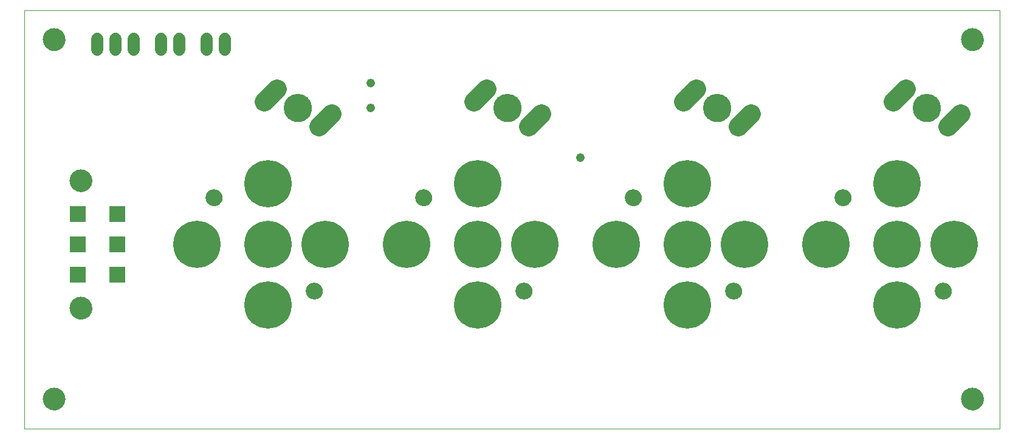
<source format=gbs>
G75*
G70*
%OFA0B0*%
%FSLAX24Y24*%
%IPPOS*%
%LPD*%
%AMOC8*
5,1,8,0,0,1.08239X$1,22.5*
%
%ADD10C,0.0000*%
%ADD11C,0.2600*%
%ADD12C,0.0926*%
%ADD13C,0.1060*%
%ADD14C,0.1548*%
%ADD15R,0.0887X0.0887*%
%ADD16C,0.1241*%
%ADD17C,0.0651*%
%ADD18C,0.0476*%
D10*
X000180Y000180D02*
X000180Y023175D01*
X053672Y023175D01*
X053672Y000180D01*
X000180Y000180D01*
X001214Y001805D02*
X001216Y001853D01*
X001222Y001901D01*
X001232Y001948D01*
X001245Y001994D01*
X001263Y002039D01*
X001283Y002083D01*
X001308Y002125D01*
X001336Y002164D01*
X001366Y002201D01*
X001400Y002235D01*
X001437Y002267D01*
X001475Y002296D01*
X001516Y002321D01*
X001559Y002343D01*
X001604Y002361D01*
X001650Y002375D01*
X001697Y002386D01*
X001745Y002393D01*
X001793Y002396D01*
X001841Y002395D01*
X001889Y002390D01*
X001937Y002381D01*
X001983Y002369D01*
X002028Y002352D01*
X002072Y002332D01*
X002114Y002309D01*
X002154Y002282D01*
X002192Y002252D01*
X002227Y002219D01*
X002259Y002183D01*
X002289Y002145D01*
X002315Y002104D01*
X002337Y002061D01*
X002357Y002017D01*
X002372Y001972D01*
X002384Y001925D01*
X002392Y001877D01*
X002396Y001829D01*
X002396Y001781D01*
X002392Y001733D01*
X002384Y001685D01*
X002372Y001638D01*
X002357Y001593D01*
X002337Y001549D01*
X002315Y001506D01*
X002289Y001465D01*
X002259Y001427D01*
X002227Y001391D01*
X002192Y001358D01*
X002154Y001328D01*
X002114Y001301D01*
X002072Y001278D01*
X002028Y001258D01*
X001983Y001241D01*
X001937Y001229D01*
X001889Y001220D01*
X001841Y001215D01*
X001793Y001214D01*
X001745Y001217D01*
X001697Y001224D01*
X001650Y001235D01*
X001604Y001249D01*
X001559Y001267D01*
X001516Y001289D01*
X001475Y001314D01*
X001437Y001343D01*
X001400Y001375D01*
X001366Y001409D01*
X001336Y001446D01*
X001308Y001485D01*
X001283Y001527D01*
X001263Y001571D01*
X001245Y001616D01*
X001232Y001662D01*
X001222Y001709D01*
X001216Y001757D01*
X001214Y001805D01*
X002687Y006801D02*
X002689Y006849D01*
X002695Y006897D01*
X002705Y006944D01*
X002718Y006990D01*
X002736Y007035D01*
X002756Y007079D01*
X002781Y007121D01*
X002809Y007160D01*
X002839Y007197D01*
X002873Y007231D01*
X002910Y007263D01*
X002948Y007292D01*
X002989Y007317D01*
X003032Y007339D01*
X003077Y007357D01*
X003123Y007371D01*
X003170Y007382D01*
X003218Y007389D01*
X003266Y007392D01*
X003314Y007391D01*
X003362Y007386D01*
X003410Y007377D01*
X003456Y007365D01*
X003501Y007348D01*
X003545Y007328D01*
X003587Y007305D01*
X003627Y007278D01*
X003665Y007248D01*
X003700Y007215D01*
X003732Y007179D01*
X003762Y007141D01*
X003788Y007100D01*
X003810Y007057D01*
X003830Y007013D01*
X003845Y006968D01*
X003857Y006921D01*
X003865Y006873D01*
X003869Y006825D01*
X003869Y006777D01*
X003865Y006729D01*
X003857Y006681D01*
X003845Y006634D01*
X003830Y006589D01*
X003810Y006545D01*
X003788Y006502D01*
X003762Y006461D01*
X003732Y006423D01*
X003700Y006387D01*
X003665Y006354D01*
X003627Y006324D01*
X003587Y006297D01*
X003545Y006274D01*
X003501Y006254D01*
X003456Y006237D01*
X003410Y006225D01*
X003362Y006216D01*
X003314Y006211D01*
X003266Y006210D01*
X003218Y006213D01*
X003170Y006220D01*
X003123Y006231D01*
X003077Y006245D01*
X003032Y006263D01*
X002989Y006285D01*
X002948Y006310D01*
X002910Y006339D01*
X002873Y006371D01*
X002839Y006405D01*
X002809Y006442D01*
X002781Y006481D01*
X002756Y006523D01*
X002736Y006567D01*
X002718Y006612D01*
X002705Y006658D01*
X002695Y006705D01*
X002689Y006753D01*
X002687Y006801D01*
X010145Y012864D02*
X010147Y012905D01*
X010153Y012946D01*
X010163Y012986D01*
X010176Y013025D01*
X010193Y013062D01*
X010214Y013098D01*
X010238Y013132D01*
X010265Y013163D01*
X010294Y013191D01*
X010327Y013217D01*
X010361Y013239D01*
X010398Y013258D01*
X010436Y013273D01*
X010476Y013285D01*
X010516Y013293D01*
X010557Y013297D01*
X010599Y013297D01*
X010640Y013293D01*
X010680Y013285D01*
X010720Y013273D01*
X010758Y013258D01*
X010794Y013239D01*
X010829Y013217D01*
X010862Y013191D01*
X010891Y013163D01*
X010918Y013132D01*
X010942Y013098D01*
X010963Y013062D01*
X010980Y013025D01*
X010993Y012986D01*
X011003Y012946D01*
X011009Y012905D01*
X011011Y012864D01*
X011009Y012823D01*
X011003Y012782D01*
X010993Y012742D01*
X010980Y012703D01*
X010963Y012666D01*
X010942Y012630D01*
X010918Y012596D01*
X010891Y012565D01*
X010862Y012537D01*
X010829Y012511D01*
X010795Y012489D01*
X010758Y012470D01*
X010720Y012455D01*
X010680Y012443D01*
X010640Y012435D01*
X010599Y012431D01*
X010557Y012431D01*
X010516Y012435D01*
X010476Y012443D01*
X010436Y012455D01*
X010398Y012470D01*
X010362Y012489D01*
X010327Y012511D01*
X010294Y012537D01*
X010265Y012565D01*
X010238Y012596D01*
X010214Y012630D01*
X010193Y012666D01*
X010176Y012703D01*
X010163Y012742D01*
X010153Y012782D01*
X010147Y012823D01*
X010145Y012864D01*
X002687Y013809D02*
X002689Y013857D01*
X002695Y013905D01*
X002705Y013952D01*
X002718Y013998D01*
X002736Y014043D01*
X002756Y014087D01*
X002781Y014129D01*
X002809Y014168D01*
X002839Y014205D01*
X002873Y014239D01*
X002910Y014271D01*
X002948Y014300D01*
X002989Y014325D01*
X003032Y014347D01*
X003077Y014365D01*
X003123Y014379D01*
X003170Y014390D01*
X003218Y014397D01*
X003266Y014400D01*
X003314Y014399D01*
X003362Y014394D01*
X003410Y014385D01*
X003456Y014373D01*
X003501Y014356D01*
X003545Y014336D01*
X003587Y014313D01*
X003627Y014286D01*
X003665Y014256D01*
X003700Y014223D01*
X003732Y014187D01*
X003762Y014149D01*
X003788Y014108D01*
X003810Y014065D01*
X003830Y014021D01*
X003845Y013976D01*
X003857Y013929D01*
X003865Y013881D01*
X003869Y013833D01*
X003869Y013785D01*
X003865Y013737D01*
X003857Y013689D01*
X003845Y013642D01*
X003830Y013597D01*
X003810Y013553D01*
X003788Y013510D01*
X003762Y013469D01*
X003732Y013431D01*
X003700Y013395D01*
X003665Y013362D01*
X003627Y013332D01*
X003587Y013305D01*
X003545Y013282D01*
X003501Y013262D01*
X003456Y013245D01*
X003410Y013233D01*
X003362Y013224D01*
X003314Y013219D01*
X003266Y013218D01*
X003218Y013221D01*
X003170Y013228D01*
X003123Y013239D01*
X003077Y013253D01*
X003032Y013271D01*
X002989Y013293D01*
X002948Y013318D01*
X002910Y013347D01*
X002873Y013379D01*
X002839Y013413D01*
X002809Y013450D01*
X002781Y013489D01*
X002756Y013531D01*
X002736Y013575D01*
X002718Y013620D01*
X002705Y013666D01*
X002695Y013713D01*
X002689Y013761D01*
X002687Y013809D01*
X014436Y017805D02*
X014438Y017859D01*
X014444Y017913D01*
X014454Y017967D01*
X014468Y018019D01*
X014485Y018071D01*
X014506Y018121D01*
X014531Y018169D01*
X014560Y018216D01*
X014591Y018260D01*
X014626Y018301D01*
X014664Y018341D01*
X014704Y018377D01*
X014747Y018410D01*
X014792Y018440D01*
X014840Y018467D01*
X014889Y018490D01*
X014940Y018509D01*
X014992Y018525D01*
X015045Y018537D01*
X015099Y018545D01*
X015153Y018549D01*
X015207Y018549D01*
X015261Y018545D01*
X015315Y018537D01*
X015368Y018525D01*
X015420Y018509D01*
X015471Y018490D01*
X015520Y018467D01*
X015568Y018440D01*
X015613Y018410D01*
X015656Y018377D01*
X015696Y018341D01*
X015734Y018301D01*
X015769Y018260D01*
X015800Y018216D01*
X015829Y018169D01*
X015854Y018121D01*
X015875Y018071D01*
X015892Y018019D01*
X015906Y017967D01*
X015916Y017913D01*
X015922Y017859D01*
X015924Y017805D01*
X015922Y017751D01*
X015916Y017697D01*
X015906Y017643D01*
X015892Y017591D01*
X015875Y017539D01*
X015854Y017489D01*
X015829Y017441D01*
X015800Y017394D01*
X015769Y017350D01*
X015734Y017309D01*
X015696Y017269D01*
X015656Y017233D01*
X015613Y017200D01*
X015568Y017170D01*
X015520Y017143D01*
X015471Y017120D01*
X015420Y017101D01*
X015368Y017085D01*
X015315Y017073D01*
X015261Y017065D01*
X015207Y017061D01*
X015153Y017061D01*
X015099Y017065D01*
X015045Y017073D01*
X014992Y017085D01*
X014940Y017101D01*
X014889Y017120D01*
X014840Y017143D01*
X014792Y017170D01*
X014747Y017200D01*
X014704Y017233D01*
X014664Y017269D01*
X014626Y017309D01*
X014591Y017350D01*
X014560Y017394D01*
X014531Y017441D01*
X014506Y017489D01*
X014485Y017539D01*
X014468Y017591D01*
X014454Y017643D01*
X014444Y017697D01*
X014438Y017751D01*
X014436Y017805D01*
X021645Y012864D02*
X021647Y012905D01*
X021653Y012946D01*
X021663Y012986D01*
X021676Y013025D01*
X021693Y013062D01*
X021714Y013098D01*
X021738Y013132D01*
X021765Y013163D01*
X021794Y013191D01*
X021827Y013217D01*
X021861Y013239D01*
X021898Y013258D01*
X021936Y013273D01*
X021976Y013285D01*
X022016Y013293D01*
X022057Y013297D01*
X022099Y013297D01*
X022140Y013293D01*
X022180Y013285D01*
X022220Y013273D01*
X022258Y013258D01*
X022294Y013239D01*
X022329Y013217D01*
X022362Y013191D01*
X022391Y013163D01*
X022418Y013132D01*
X022442Y013098D01*
X022463Y013062D01*
X022480Y013025D01*
X022493Y012986D01*
X022503Y012946D01*
X022509Y012905D01*
X022511Y012864D01*
X022509Y012823D01*
X022503Y012782D01*
X022493Y012742D01*
X022480Y012703D01*
X022463Y012666D01*
X022442Y012630D01*
X022418Y012596D01*
X022391Y012565D01*
X022362Y012537D01*
X022329Y012511D01*
X022295Y012489D01*
X022258Y012470D01*
X022220Y012455D01*
X022180Y012443D01*
X022140Y012435D01*
X022099Y012431D01*
X022057Y012431D01*
X022016Y012435D01*
X021976Y012443D01*
X021936Y012455D01*
X021898Y012470D01*
X021862Y012489D01*
X021827Y012511D01*
X021794Y012537D01*
X021765Y012565D01*
X021738Y012596D01*
X021714Y012630D01*
X021693Y012666D01*
X021676Y012703D01*
X021663Y012742D01*
X021653Y012782D01*
X021647Y012823D01*
X021645Y012864D01*
X025936Y017805D02*
X025938Y017859D01*
X025944Y017913D01*
X025954Y017967D01*
X025968Y018019D01*
X025985Y018071D01*
X026006Y018121D01*
X026031Y018169D01*
X026060Y018216D01*
X026091Y018260D01*
X026126Y018301D01*
X026164Y018341D01*
X026204Y018377D01*
X026247Y018410D01*
X026292Y018440D01*
X026340Y018467D01*
X026389Y018490D01*
X026440Y018509D01*
X026492Y018525D01*
X026545Y018537D01*
X026599Y018545D01*
X026653Y018549D01*
X026707Y018549D01*
X026761Y018545D01*
X026815Y018537D01*
X026868Y018525D01*
X026920Y018509D01*
X026971Y018490D01*
X027020Y018467D01*
X027068Y018440D01*
X027113Y018410D01*
X027156Y018377D01*
X027196Y018341D01*
X027234Y018301D01*
X027269Y018260D01*
X027300Y018216D01*
X027329Y018169D01*
X027354Y018121D01*
X027375Y018071D01*
X027392Y018019D01*
X027406Y017967D01*
X027416Y017913D01*
X027422Y017859D01*
X027424Y017805D01*
X027422Y017751D01*
X027416Y017697D01*
X027406Y017643D01*
X027392Y017591D01*
X027375Y017539D01*
X027354Y017489D01*
X027329Y017441D01*
X027300Y017394D01*
X027269Y017350D01*
X027234Y017309D01*
X027196Y017269D01*
X027156Y017233D01*
X027113Y017200D01*
X027068Y017170D01*
X027020Y017143D01*
X026971Y017120D01*
X026920Y017101D01*
X026868Y017085D01*
X026815Y017073D01*
X026761Y017065D01*
X026707Y017061D01*
X026653Y017061D01*
X026599Y017065D01*
X026545Y017073D01*
X026492Y017085D01*
X026440Y017101D01*
X026389Y017120D01*
X026340Y017143D01*
X026292Y017170D01*
X026247Y017200D01*
X026204Y017233D01*
X026164Y017269D01*
X026126Y017309D01*
X026091Y017350D01*
X026060Y017394D01*
X026031Y017441D01*
X026006Y017489D01*
X025985Y017539D01*
X025968Y017591D01*
X025954Y017643D01*
X025944Y017697D01*
X025938Y017751D01*
X025936Y017805D01*
X033145Y012864D02*
X033147Y012905D01*
X033153Y012946D01*
X033163Y012986D01*
X033176Y013025D01*
X033193Y013062D01*
X033214Y013098D01*
X033238Y013132D01*
X033265Y013163D01*
X033294Y013191D01*
X033327Y013217D01*
X033361Y013239D01*
X033398Y013258D01*
X033436Y013273D01*
X033476Y013285D01*
X033516Y013293D01*
X033557Y013297D01*
X033599Y013297D01*
X033640Y013293D01*
X033680Y013285D01*
X033720Y013273D01*
X033758Y013258D01*
X033794Y013239D01*
X033829Y013217D01*
X033862Y013191D01*
X033891Y013163D01*
X033918Y013132D01*
X033942Y013098D01*
X033963Y013062D01*
X033980Y013025D01*
X033993Y012986D01*
X034003Y012946D01*
X034009Y012905D01*
X034011Y012864D01*
X034009Y012823D01*
X034003Y012782D01*
X033993Y012742D01*
X033980Y012703D01*
X033963Y012666D01*
X033942Y012630D01*
X033918Y012596D01*
X033891Y012565D01*
X033862Y012537D01*
X033829Y012511D01*
X033795Y012489D01*
X033758Y012470D01*
X033720Y012455D01*
X033680Y012443D01*
X033640Y012435D01*
X033599Y012431D01*
X033557Y012431D01*
X033516Y012435D01*
X033476Y012443D01*
X033436Y012455D01*
X033398Y012470D01*
X033362Y012489D01*
X033327Y012511D01*
X033294Y012537D01*
X033265Y012565D01*
X033238Y012596D01*
X033214Y012630D01*
X033193Y012666D01*
X033176Y012703D01*
X033163Y012742D01*
X033153Y012782D01*
X033147Y012823D01*
X033145Y012864D01*
X037436Y017805D02*
X037438Y017859D01*
X037444Y017913D01*
X037454Y017967D01*
X037468Y018019D01*
X037485Y018071D01*
X037506Y018121D01*
X037531Y018169D01*
X037560Y018216D01*
X037591Y018260D01*
X037626Y018301D01*
X037664Y018341D01*
X037704Y018377D01*
X037747Y018410D01*
X037792Y018440D01*
X037840Y018467D01*
X037889Y018490D01*
X037940Y018509D01*
X037992Y018525D01*
X038045Y018537D01*
X038099Y018545D01*
X038153Y018549D01*
X038207Y018549D01*
X038261Y018545D01*
X038315Y018537D01*
X038368Y018525D01*
X038420Y018509D01*
X038471Y018490D01*
X038520Y018467D01*
X038568Y018440D01*
X038613Y018410D01*
X038656Y018377D01*
X038696Y018341D01*
X038734Y018301D01*
X038769Y018260D01*
X038800Y018216D01*
X038829Y018169D01*
X038854Y018121D01*
X038875Y018071D01*
X038892Y018019D01*
X038906Y017967D01*
X038916Y017913D01*
X038922Y017859D01*
X038924Y017805D01*
X038922Y017751D01*
X038916Y017697D01*
X038906Y017643D01*
X038892Y017591D01*
X038875Y017539D01*
X038854Y017489D01*
X038829Y017441D01*
X038800Y017394D01*
X038769Y017350D01*
X038734Y017309D01*
X038696Y017269D01*
X038656Y017233D01*
X038613Y017200D01*
X038568Y017170D01*
X038520Y017143D01*
X038471Y017120D01*
X038420Y017101D01*
X038368Y017085D01*
X038315Y017073D01*
X038261Y017065D01*
X038207Y017061D01*
X038153Y017061D01*
X038099Y017065D01*
X038045Y017073D01*
X037992Y017085D01*
X037940Y017101D01*
X037889Y017120D01*
X037840Y017143D01*
X037792Y017170D01*
X037747Y017200D01*
X037704Y017233D01*
X037664Y017269D01*
X037626Y017309D01*
X037591Y017350D01*
X037560Y017394D01*
X037531Y017441D01*
X037506Y017489D01*
X037485Y017539D01*
X037468Y017591D01*
X037454Y017643D01*
X037444Y017697D01*
X037438Y017751D01*
X037436Y017805D01*
X044645Y012864D02*
X044647Y012905D01*
X044653Y012946D01*
X044663Y012986D01*
X044676Y013025D01*
X044693Y013062D01*
X044714Y013098D01*
X044738Y013132D01*
X044765Y013163D01*
X044794Y013191D01*
X044827Y013217D01*
X044861Y013239D01*
X044898Y013258D01*
X044936Y013273D01*
X044976Y013285D01*
X045016Y013293D01*
X045057Y013297D01*
X045099Y013297D01*
X045140Y013293D01*
X045180Y013285D01*
X045220Y013273D01*
X045258Y013258D01*
X045294Y013239D01*
X045329Y013217D01*
X045362Y013191D01*
X045391Y013163D01*
X045418Y013132D01*
X045442Y013098D01*
X045463Y013062D01*
X045480Y013025D01*
X045493Y012986D01*
X045503Y012946D01*
X045509Y012905D01*
X045511Y012864D01*
X045509Y012823D01*
X045503Y012782D01*
X045493Y012742D01*
X045480Y012703D01*
X045463Y012666D01*
X045442Y012630D01*
X045418Y012596D01*
X045391Y012565D01*
X045362Y012537D01*
X045329Y012511D01*
X045295Y012489D01*
X045258Y012470D01*
X045220Y012455D01*
X045180Y012443D01*
X045140Y012435D01*
X045099Y012431D01*
X045057Y012431D01*
X045016Y012435D01*
X044976Y012443D01*
X044936Y012455D01*
X044898Y012470D01*
X044862Y012489D01*
X044827Y012511D01*
X044794Y012537D01*
X044765Y012565D01*
X044738Y012596D01*
X044714Y012630D01*
X044693Y012666D01*
X044676Y012703D01*
X044663Y012742D01*
X044653Y012782D01*
X044647Y012823D01*
X044645Y012864D01*
X048936Y017805D02*
X048938Y017859D01*
X048944Y017913D01*
X048954Y017967D01*
X048968Y018019D01*
X048985Y018071D01*
X049006Y018121D01*
X049031Y018169D01*
X049060Y018216D01*
X049091Y018260D01*
X049126Y018301D01*
X049164Y018341D01*
X049204Y018377D01*
X049247Y018410D01*
X049292Y018440D01*
X049340Y018467D01*
X049389Y018490D01*
X049440Y018509D01*
X049492Y018525D01*
X049545Y018537D01*
X049599Y018545D01*
X049653Y018549D01*
X049707Y018549D01*
X049761Y018545D01*
X049815Y018537D01*
X049868Y018525D01*
X049920Y018509D01*
X049971Y018490D01*
X050020Y018467D01*
X050068Y018440D01*
X050113Y018410D01*
X050156Y018377D01*
X050196Y018341D01*
X050234Y018301D01*
X050269Y018260D01*
X050300Y018216D01*
X050329Y018169D01*
X050354Y018121D01*
X050375Y018071D01*
X050392Y018019D01*
X050406Y017967D01*
X050416Y017913D01*
X050422Y017859D01*
X050424Y017805D01*
X050422Y017751D01*
X050416Y017697D01*
X050406Y017643D01*
X050392Y017591D01*
X050375Y017539D01*
X050354Y017489D01*
X050329Y017441D01*
X050300Y017394D01*
X050269Y017350D01*
X050234Y017309D01*
X050196Y017269D01*
X050156Y017233D01*
X050113Y017200D01*
X050068Y017170D01*
X050020Y017143D01*
X049971Y017120D01*
X049920Y017101D01*
X049868Y017085D01*
X049815Y017073D01*
X049761Y017065D01*
X049707Y017061D01*
X049653Y017061D01*
X049599Y017065D01*
X049545Y017073D01*
X049492Y017085D01*
X049440Y017101D01*
X049389Y017120D01*
X049340Y017143D01*
X049292Y017170D01*
X049247Y017200D01*
X049204Y017233D01*
X049164Y017269D01*
X049126Y017309D01*
X049091Y017350D01*
X049060Y017394D01*
X049031Y017441D01*
X049006Y017489D01*
X048985Y017539D01*
X048968Y017591D01*
X048954Y017643D01*
X048944Y017697D01*
X048938Y017751D01*
X048936Y017805D01*
X051589Y021555D02*
X051591Y021603D01*
X051597Y021651D01*
X051607Y021698D01*
X051620Y021744D01*
X051638Y021789D01*
X051658Y021833D01*
X051683Y021875D01*
X051711Y021914D01*
X051741Y021951D01*
X051775Y021985D01*
X051812Y022017D01*
X051850Y022046D01*
X051891Y022071D01*
X051934Y022093D01*
X051979Y022111D01*
X052025Y022125D01*
X052072Y022136D01*
X052120Y022143D01*
X052168Y022146D01*
X052216Y022145D01*
X052264Y022140D01*
X052312Y022131D01*
X052358Y022119D01*
X052403Y022102D01*
X052447Y022082D01*
X052489Y022059D01*
X052529Y022032D01*
X052567Y022002D01*
X052602Y021969D01*
X052634Y021933D01*
X052664Y021895D01*
X052690Y021854D01*
X052712Y021811D01*
X052732Y021767D01*
X052747Y021722D01*
X052759Y021675D01*
X052767Y021627D01*
X052771Y021579D01*
X052771Y021531D01*
X052767Y021483D01*
X052759Y021435D01*
X052747Y021388D01*
X052732Y021343D01*
X052712Y021299D01*
X052690Y021256D01*
X052664Y021215D01*
X052634Y021177D01*
X052602Y021141D01*
X052567Y021108D01*
X052529Y021078D01*
X052489Y021051D01*
X052447Y021028D01*
X052403Y021008D01*
X052358Y020991D01*
X052312Y020979D01*
X052264Y020970D01*
X052216Y020965D01*
X052168Y020964D01*
X052120Y020967D01*
X052072Y020974D01*
X052025Y020985D01*
X051979Y020999D01*
X051934Y021017D01*
X051891Y021039D01*
X051850Y021064D01*
X051812Y021093D01*
X051775Y021125D01*
X051741Y021159D01*
X051711Y021196D01*
X051683Y021235D01*
X051658Y021277D01*
X051638Y021321D01*
X051620Y021366D01*
X051607Y021412D01*
X051597Y021459D01*
X051591Y021507D01*
X051589Y021555D01*
X050156Y007746D02*
X050158Y007787D01*
X050164Y007828D01*
X050174Y007868D01*
X050187Y007907D01*
X050204Y007944D01*
X050225Y007980D01*
X050249Y008014D01*
X050276Y008045D01*
X050305Y008073D01*
X050338Y008099D01*
X050372Y008121D01*
X050409Y008140D01*
X050447Y008155D01*
X050487Y008167D01*
X050527Y008175D01*
X050568Y008179D01*
X050610Y008179D01*
X050651Y008175D01*
X050691Y008167D01*
X050731Y008155D01*
X050769Y008140D01*
X050805Y008121D01*
X050840Y008099D01*
X050873Y008073D01*
X050902Y008045D01*
X050929Y008014D01*
X050953Y007980D01*
X050974Y007944D01*
X050991Y007907D01*
X051004Y007868D01*
X051014Y007828D01*
X051020Y007787D01*
X051022Y007746D01*
X051020Y007705D01*
X051014Y007664D01*
X051004Y007624D01*
X050991Y007585D01*
X050974Y007548D01*
X050953Y007512D01*
X050929Y007478D01*
X050902Y007447D01*
X050873Y007419D01*
X050840Y007393D01*
X050806Y007371D01*
X050769Y007352D01*
X050731Y007337D01*
X050691Y007325D01*
X050651Y007317D01*
X050610Y007313D01*
X050568Y007313D01*
X050527Y007317D01*
X050487Y007325D01*
X050447Y007337D01*
X050409Y007352D01*
X050373Y007371D01*
X050338Y007393D01*
X050305Y007419D01*
X050276Y007447D01*
X050249Y007478D01*
X050225Y007512D01*
X050204Y007548D01*
X050187Y007585D01*
X050174Y007624D01*
X050164Y007664D01*
X050158Y007705D01*
X050156Y007746D01*
X038656Y007746D02*
X038658Y007787D01*
X038664Y007828D01*
X038674Y007868D01*
X038687Y007907D01*
X038704Y007944D01*
X038725Y007980D01*
X038749Y008014D01*
X038776Y008045D01*
X038805Y008073D01*
X038838Y008099D01*
X038872Y008121D01*
X038909Y008140D01*
X038947Y008155D01*
X038987Y008167D01*
X039027Y008175D01*
X039068Y008179D01*
X039110Y008179D01*
X039151Y008175D01*
X039191Y008167D01*
X039231Y008155D01*
X039269Y008140D01*
X039305Y008121D01*
X039340Y008099D01*
X039373Y008073D01*
X039402Y008045D01*
X039429Y008014D01*
X039453Y007980D01*
X039474Y007944D01*
X039491Y007907D01*
X039504Y007868D01*
X039514Y007828D01*
X039520Y007787D01*
X039522Y007746D01*
X039520Y007705D01*
X039514Y007664D01*
X039504Y007624D01*
X039491Y007585D01*
X039474Y007548D01*
X039453Y007512D01*
X039429Y007478D01*
X039402Y007447D01*
X039373Y007419D01*
X039340Y007393D01*
X039306Y007371D01*
X039269Y007352D01*
X039231Y007337D01*
X039191Y007325D01*
X039151Y007317D01*
X039110Y007313D01*
X039068Y007313D01*
X039027Y007317D01*
X038987Y007325D01*
X038947Y007337D01*
X038909Y007352D01*
X038873Y007371D01*
X038838Y007393D01*
X038805Y007419D01*
X038776Y007447D01*
X038749Y007478D01*
X038725Y007512D01*
X038704Y007548D01*
X038687Y007585D01*
X038674Y007624D01*
X038664Y007664D01*
X038658Y007705D01*
X038656Y007746D01*
X027156Y007746D02*
X027158Y007787D01*
X027164Y007828D01*
X027174Y007868D01*
X027187Y007907D01*
X027204Y007944D01*
X027225Y007980D01*
X027249Y008014D01*
X027276Y008045D01*
X027305Y008073D01*
X027338Y008099D01*
X027372Y008121D01*
X027409Y008140D01*
X027447Y008155D01*
X027487Y008167D01*
X027527Y008175D01*
X027568Y008179D01*
X027610Y008179D01*
X027651Y008175D01*
X027691Y008167D01*
X027731Y008155D01*
X027769Y008140D01*
X027805Y008121D01*
X027840Y008099D01*
X027873Y008073D01*
X027902Y008045D01*
X027929Y008014D01*
X027953Y007980D01*
X027974Y007944D01*
X027991Y007907D01*
X028004Y007868D01*
X028014Y007828D01*
X028020Y007787D01*
X028022Y007746D01*
X028020Y007705D01*
X028014Y007664D01*
X028004Y007624D01*
X027991Y007585D01*
X027974Y007548D01*
X027953Y007512D01*
X027929Y007478D01*
X027902Y007447D01*
X027873Y007419D01*
X027840Y007393D01*
X027806Y007371D01*
X027769Y007352D01*
X027731Y007337D01*
X027691Y007325D01*
X027651Y007317D01*
X027610Y007313D01*
X027568Y007313D01*
X027527Y007317D01*
X027487Y007325D01*
X027447Y007337D01*
X027409Y007352D01*
X027373Y007371D01*
X027338Y007393D01*
X027305Y007419D01*
X027276Y007447D01*
X027249Y007478D01*
X027225Y007512D01*
X027204Y007548D01*
X027187Y007585D01*
X027174Y007624D01*
X027164Y007664D01*
X027158Y007705D01*
X027156Y007746D01*
X015656Y007746D02*
X015658Y007787D01*
X015664Y007828D01*
X015674Y007868D01*
X015687Y007907D01*
X015704Y007944D01*
X015725Y007980D01*
X015749Y008014D01*
X015776Y008045D01*
X015805Y008073D01*
X015838Y008099D01*
X015872Y008121D01*
X015909Y008140D01*
X015947Y008155D01*
X015987Y008167D01*
X016027Y008175D01*
X016068Y008179D01*
X016110Y008179D01*
X016151Y008175D01*
X016191Y008167D01*
X016231Y008155D01*
X016269Y008140D01*
X016305Y008121D01*
X016340Y008099D01*
X016373Y008073D01*
X016402Y008045D01*
X016429Y008014D01*
X016453Y007980D01*
X016474Y007944D01*
X016491Y007907D01*
X016504Y007868D01*
X016514Y007828D01*
X016520Y007787D01*
X016522Y007746D01*
X016520Y007705D01*
X016514Y007664D01*
X016504Y007624D01*
X016491Y007585D01*
X016474Y007548D01*
X016453Y007512D01*
X016429Y007478D01*
X016402Y007447D01*
X016373Y007419D01*
X016340Y007393D01*
X016306Y007371D01*
X016269Y007352D01*
X016231Y007337D01*
X016191Y007325D01*
X016151Y007317D01*
X016110Y007313D01*
X016068Y007313D01*
X016027Y007317D01*
X015987Y007325D01*
X015947Y007337D01*
X015909Y007352D01*
X015873Y007371D01*
X015838Y007393D01*
X015805Y007419D01*
X015776Y007447D01*
X015749Y007478D01*
X015725Y007512D01*
X015704Y007548D01*
X015687Y007585D01*
X015674Y007624D01*
X015664Y007664D01*
X015658Y007705D01*
X015656Y007746D01*
X001214Y021555D02*
X001216Y021603D01*
X001222Y021651D01*
X001232Y021698D01*
X001245Y021744D01*
X001263Y021789D01*
X001283Y021833D01*
X001308Y021875D01*
X001336Y021914D01*
X001366Y021951D01*
X001400Y021985D01*
X001437Y022017D01*
X001475Y022046D01*
X001516Y022071D01*
X001559Y022093D01*
X001604Y022111D01*
X001650Y022125D01*
X001697Y022136D01*
X001745Y022143D01*
X001793Y022146D01*
X001841Y022145D01*
X001889Y022140D01*
X001937Y022131D01*
X001983Y022119D01*
X002028Y022102D01*
X002072Y022082D01*
X002114Y022059D01*
X002154Y022032D01*
X002192Y022002D01*
X002227Y021969D01*
X002259Y021933D01*
X002289Y021895D01*
X002315Y021854D01*
X002337Y021811D01*
X002357Y021767D01*
X002372Y021722D01*
X002384Y021675D01*
X002392Y021627D01*
X002396Y021579D01*
X002396Y021531D01*
X002392Y021483D01*
X002384Y021435D01*
X002372Y021388D01*
X002357Y021343D01*
X002337Y021299D01*
X002315Y021256D01*
X002289Y021215D01*
X002259Y021177D01*
X002227Y021141D01*
X002192Y021108D01*
X002154Y021078D01*
X002114Y021051D01*
X002072Y021028D01*
X002028Y021008D01*
X001983Y020991D01*
X001937Y020979D01*
X001889Y020970D01*
X001841Y020965D01*
X001793Y020964D01*
X001745Y020967D01*
X001697Y020974D01*
X001650Y020985D01*
X001604Y020999D01*
X001559Y021017D01*
X001516Y021039D01*
X001475Y021064D01*
X001437Y021093D01*
X001400Y021125D01*
X001366Y021159D01*
X001336Y021196D01*
X001308Y021235D01*
X001283Y021277D01*
X001263Y021321D01*
X001245Y021366D01*
X001232Y021412D01*
X001222Y021459D01*
X001216Y021507D01*
X001214Y021555D01*
X051589Y001805D02*
X051591Y001853D01*
X051597Y001901D01*
X051607Y001948D01*
X051620Y001994D01*
X051638Y002039D01*
X051658Y002083D01*
X051683Y002125D01*
X051711Y002164D01*
X051741Y002201D01*
X051775Y002235D01*
X051812Y002267D01*
X051850Y002296D01*
X051891Y002321D01*
X051934Y002343D01*
X051979Y002361D01*
X052025Y002375D01*
X052072Y002386D01*
X052120Y002393D01*
X052168Y002396D01*
X052216Y002395D01*
X052264Y002390D01*
X052312Y002381D01*
X052358Y002369D01*
X052403Y002352D01*
X052447Y002332D01*
X052489Y002309D01*
X052529Y002282D01*
X052567Y002252D01*
X052602Y002219D01*
X052634Y002183D01*
X052664Y002145D01*
X052690Y002104D01*
X052712Y002061D01*
X052732Y002017D01*
X052747Y001972D01*
X052759Y001925D01*
X052767Y001877D01*
X052771Y001829D01*
X052771Y001781D01*
X052767Y001733D01*
X052759Y001685D01*
X052747Y001638D01*
X052732Y001593D01*
X052712Y001549D01*
X052690Y001506D01*
X052664Y001465D01*
X052634Y001427D01*
X052602Y001391D01*
X052567Y001358D01*
X052529Y001328D01*
X052489Y001301D01*
X052447Y001278D01*
X052403Y001258D01*
X052358Y001241D01*
X052312Y001229D01*
X052264Y001220D01*
X052216Y001215D01*
X052168Y001214D01*
X052120Y001217D01*
X052072Y001224D01*
X052025Y001235D01*
X051979Y001249D01*
X051934Y001267D01*
X051891Y001289D01*
X051850Y001314D01*
X051812Y001343D01*
X051775Y001375D01*
X051741Y001409D01*
X051711Y001446D01*
X051683Y001485D01*
X051658Y001527D01*
X051638Y001571D01*
X051620Y001616D01*
X051607Y001662D01*
X051597Y001709D01*
X051591Y001757D01*
X051589Y001805D01*
D11*
X048030Y006978D03*
X048030Y010305D03*
X051180Y010305D03*
X048030Y013632D03*
X044133Y010305D03*
X039680Y010305D03*
X036530Y010305D03*
X032633Y010305D03*
X028180Y010305D03*
X025030Y010305D03*
X021133Y010305D03*
X016680Y010305D03*
X013530Y010305D03*
X009633Y010305D03*
X013530Y013632D03*
X025030Y013632D03*
X036530Y013632D03*
X036530Y006978D03*
X025030Y006978D03*
X013530Y006978D03*
D12*
X016089Y007746D03*
X010578Y012864D03*
X022078Y012864D03*
X027589Y007746D03*
X033578Y012864D03*
X039089Y007746D03*
X045078Y012864D03*
X050589Y007746D03*
D13*
X050826Y016770D02*
X051534Y017477D01*
X048534Y018840D02*
X047826Y018133D01*
X040034Y017477D02*
X039326Y016770D01*
X037034Y018840D02*
X036326Y018133D01*
X028534Y017477D02*
X027826Y016770D01*
X025534Y018840D02*
X024826Y018133D01*
X017034Y017477D02*
X016326Y016770D01*
X014034Y018840D02*
X013326Y018133D01*
D14*
X015180Y017805D03*
X026680Y017805D03*
X038180Y017805D03*
X049680Y017805D03*
D15*
X005263Y011959D03*
X003097Y011959D03*
X003097Y010305D03*
X005263Y010305D03*
X005263Y008651D03*
X003097Y008651D03*
D16*
X003278Y006801D03*
X001805Y001805D03*
X003278Y013809D03*
X001805Y021555D03*
X052180Y021555D03*
X052180Y001805D03*
D17*
X011180Y021010D02*
X011180Y021600D01*
X010180Y021600D02*
X010180Y021010D01*
X008680Y021010D02*
X008680Y021600D01*
X007680Y021600D02*
X007680Y021010D01*
X006180Y021010D02*
X006180Y021600D01*
X005180Y021600D02*
X005180Y021010D01*
X004180Y021010D02*
X004180Y021600D01*
D18*
X019180Y019180D03*
X019180Y017805D03*
X030680Y015055D03*
M02*

</source>
